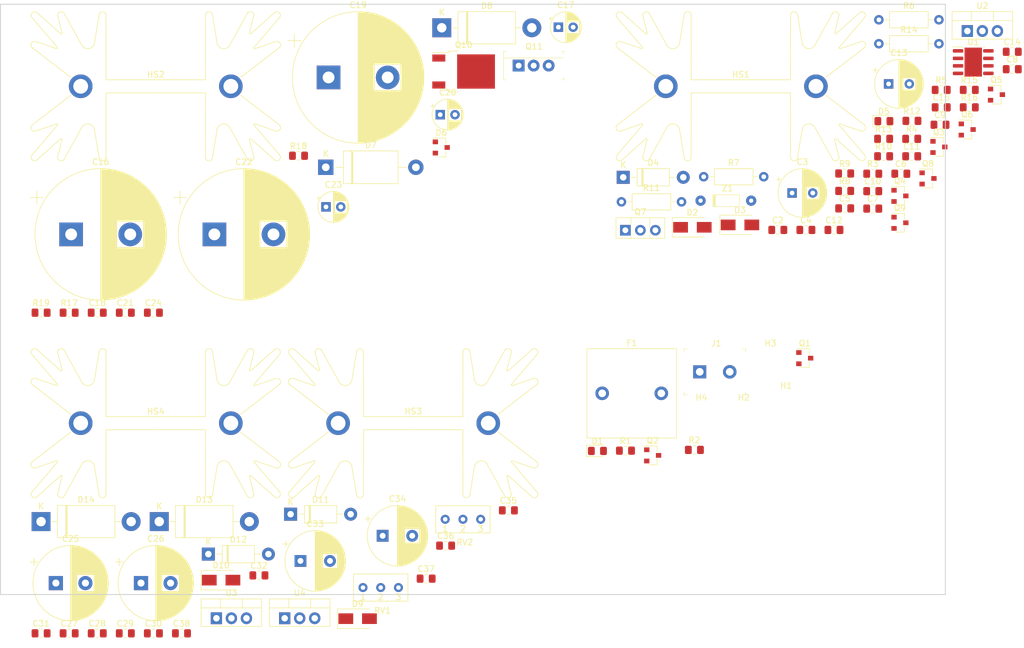
<source format=kicad_pcb>
(kicad_pcb (version 20171130) (host pcbnew "(5.1.6-0-10_14)")
  (layers (0 F.Cu signal) (31 B.Cu signal) (34 B.Paste user) (35 F.Paste user) (36 B.SilkS user) (37 F.SilkS user) (38 B.Mask user) (39 F.Mask user) (44 Edge.Cuts user))
  (net 0 "")
  (net 1 GND)
  (net 2 -2V5)
  (net 3 "Net-(C3-Pad1)")
  (net 4 +12V)
  (net 5 -12V)
  (net 6 "Net-(C12-Pad1)")
  (net 7 Ua)
  (net 8 "Net-(C16-Pad1)")
  (net 9 "/Verpolschutz und Glättung/GND_ein")
  (net 10 GND1)
  (net 11 "Net-(C19-Pad1)")
  (net 12 "Net-(C22-Pad1)")
  (net 13 VCC)
  (net 14 "Net-(C31-Pad1)")
  (net 15 "Net-(C32-Pad2)")
  (net 16 "Net-(D1-Pad1)")
  (net 17 "Net-(D5-Pad1)")
  (net 18 "Net-(D6-Pad2)")
  (net 19 "/Verpolschutz und Glättung/U_ein")
  (net 20 "Net-(F1-Pad2)")
  (net 21 "Net-(Q1-Pad3)")
  (net 22 "Net-(Q1-Pad1)")
  (net 23 "Net-(Q3-Pad1)")
  (net 24 "Net-(Q3-Pad3)")
  (net 25 "Net-(Q4-Pad3)")
  (net 26 "Net-(Q5-Pad1)")
  (net 27 "Net-(Q5-Pad3)")
  (net 28 "Net-(Q6-Pad3)")
  (net 29 "Net-(Q6-Pad1)")
  (net 30 "Net-(Q7-Pad2)")
  (net 31 "Net-(Q7-Pad3)")
  (net 32 "Net-(Q8-Pad1)")
  (net 33 "Net-(Q8-Pad3)")
  (net 34 "Net-(J5-Pad2)")
  (module Capacitor_SMD:C_0805_2012Metric_Pad1.15x1.40mm_HandSolder (layer F.Cu) (at 186.505001 83.325001)
    (fp_text reference C2 (at 0 -1.65) (layer F.SilkS))
    (fp_text value 220n)
    (pad 2 smd roundrect (at 1.025 0) (size 1.15 1.4) (layers F.Cu F.Paste F.Mask) (roundrect_rratio 0.217391) (net 1 GND))
    (pad 1 smd roundrect (at -1.025 0) (size 1.15 1.4) (layers F.Cu F.Paste F.Mask) (roundrect_rratio 0.217391) (net 2 -2V5))
  )
  (module Capacitor_THT:CP_Radial_D8.0mm_P3.50mm (layer F.Cu) (at 188.919699 77.075001)
    (fp_text reference C3 (at 1.75 -5.25) (layer F.SilkS))
    (fp_text value 330u)
    (pad 2 thru_hole circle (at 3.5 0) (size 1.6 1.6) (drill 0.8) (layers *.Cu *.Mask) (net 1 GND))
    (pad 1 thru_hole rect (at 0 0) (size 1.6 1.6) (drill 0.8) (layers *.Cu *.Mask) (net 3 "Net-(C3-Pad1)"))
  )
  (module Capacitor_SMD:C_0805_2012Metric_Pad1.15x1.40mm_HandSolder (layer F.Cu) (at 191.255001 83.325001)
    (fp_text reference C4 (at 0 -1.65) (layer F.SilkS))
    (fp_text value 3u3)
    (pad 2 smd roundrect (at 1.025 0) (size 1.15 1.4) (layers F.Cu F.Paste F.Mask) (roundrect_rratio 0.217391) (net 1 GND))
    (pad 1 smd roundrect (at -1.025 0) (size 1.15 1.4) (layers F.Cu F.Paste F.Mask) (roundrect_rratio 0.217391) (net 3 "Net-(C3-Pad1)"))
  )
  (module Capacitor_SMD:C_0805_2012Metric_Pad1.15x1.40mm_HandSolder (layer F.Cu) (at 197.815001 79.675001)
    (fp_text reference C5 (at 0 -1.65) (layer F.SilkS))
    (fp_text value 1n)
    (pad 1 smd roundrect (at -1.025 0) (size 1.15 1.4) (layers F.Cu F.Paste F.Mask) (roundrect_rratio 0.217391) (net 4 +12V))
    (pad 2 smd roundrect (at 1.025 0) (size 1.15 1.4) (layers F.Cu F.Paste F.Mask) (roundrect_rratio 0.217391) (net 1 GND))
  )
  (module Capacitor_SMD:C_0805_2012Metric_Pad1.15x1.40mm_HandSolder (layer F.Cu) (at 207.315001 73.815001)
    (fp_text reference C6 (at 0 -1.65) (layer F.SilkS))
    (fp_text value 1n)
    (pad 1 smd roundrect (at -1.025 0) (size 1.15 1.4) (layers F.Cu F.Paste F.Mask) (roundrect_rratio 0.217391) (net 1 GND))
    (pad 2 smd roundrect (at 1.025 0) (size 1.15 1.4) (layers F.Cu F.Paste F.Mask) (roundrect_rratio 0.217391) (net 5 -12V))
  )
  (module Capacitor_SMD:C_0805_2012Metric_Pad1.15x1.40mm_HandSolder (layer F.Cu) (at 202.565001 79.715001)
    (fp_text reference C7 (at 0 -1.65) (layer F.SilkS))
    (fp_text value 100n)
    (pad 1 smd roundrect (at -1.025 0) (size 1.15 1.4) (layers F.Cu F.Paste F.Mask) (roundrect_rratio 0.217391) (net 4 +12V))
    (pad 2 smd roundrect (at 1.025 0) (size 1.15 1.4) (layers F.Cu F.Paste F.Mask) (roundrect_rratio 0.217391) (net 1 GND))
  )
  (module Capacitor_SMD:C_0805_2012Metric_Pad1.15x1.40mm_HandSolder (layer F.Cu) (at 226.165001 56.135001)
    (fp_text reference C8 (at 0 -1.65) (layer F.SilkS))
    (fp_text value 100n)
    (pad 2 smd roundrect (at 1.025 0) (size 1.15 1.4) (layers F.Cu F.Paste F.Mask) (roundrect_rratio 0.217391) (net 5 -12V))
    (pad 1 smd roundrect (at -1.025 0) (size 1.15 1.4) (layers F.Cu F.Paste F.Mask) (roundrect_rratio 0.217391) (net 1 GND))
  )
  (module Capacitor_SMD:C_0805_2012Metric_Pad1.15x1.40mm_HandSolder (layer F.Cu) (at 213.945001 65.535001)
    (fp_text reference C9 (at 0 -1.65) (layer F.SilkS))
    (fp_text value 330n)
    (pad 1 smd roundrect (at -1.025 0) (size 1.15 1.4) (layers F.Cu F.Paste F.Mask) (roundrect_rratio 0.217391) (net 3 "Net-(C3-Pad1)"))
    (pad 2 smd roundrect (at 1.025 0) (size 1.15 1.4) (layers F.Cu F.Paste F.Mask) (roundrect_rratio 0.217391) (net 1 GND))
  )
  (module Capacitor_SMD:C_0805_2012Metric_Pad1.15x1.40mm_HandSolder (layer F.Cu) (at 202.565001 76.765001)
    (fp_text reference C10 (at 0 -1.65) (layer F.SilkS))
    (fp_text value 10u)
    (pad 2 smd roundrect (at 1.025 0) (size 1.15 1.4) (layers F.Cu F.Paste F.Mask) (roundrect_rratio 0.217391) (net 1 GND))
    (pad 1 smd roundrect (at -1.025 0) (size 1.15 1.4) (layers F.Cu F.Paste F.Mask) (roundrect_rratio 0.217391) (net 4 +12V))
  )
  (module Capacitor_SMD:C_0805_2012Metric_Pad1.15x1.40mm_HandSolder (layer F.Cu) (at 209.155001 70.865001)
    (fp_text reference C11 (at 0 -1.65) (layer F.SilkS))
    (fp_text value 10u)
    (pad 1 smd roundrect (at -1.025 0) (size 1.15 1.4) (layers F.Cu F.Paste F.Mask) (roundrect_rratio 0.217391) (net 1 GND))
    (pad 2 smd roundrect (at 1.025 0) (size 1.15 1.4) (layers F.Cu F.Paste F.Mask) (roundrect_rratio 0.217391) (net 5 -12V))
  )
  (module Capacitor_SMD:C_0805_2012Metric_Pad1.15x1.40mm_HandSolder (layer F.Cu) (at 196.005001 83.325001)
    (fp_text reference C12 (at 0 -1.65) (layer F.SilkS))
    (fp_text value 10u)
    (pad 2 smd roundrect (at 1.025 0) (size 1.15 1.4) (layers F.Cu F.Paste F.Mask) (roundrect_rratio 0.217391) (net 2 -2V5))
    (pad 1 smd roundrect (at -1.025 0) (size 1.15 1.4) (layers F.Cu F.Paste F.Mask) (roundrect_rratio 0.217391) (net 6 "Net-(C12-Pad1)"))
  )
  (module Capacitor_THT:CP_Radial_D8.0mm_P3.50mm (layer F.Cu) (at 205.249699 58.625001)
    (fp_text reference C13 (at 1.75 -5.25) (layer F.SilkS))
    (fp_text value 3300u)
    (pad 1 thru_hole rect (at 0 0) (size 1.6 1.6) (drill 0.8) (layers *.Cu *.Mask) (net 7 Ua))
    (pad 2 thru_hole circle (at 3.5 0) (size 1.6 1.6) (drill 0.8) (layers *.Cu *.Mask) (net 1 GND))
  )
  (module Capacitor_SMD:C_0805_2012Metric_Pad1.15x1.40mm_HandSolder (layer F.Cu) (at 226.165001 53.185001)
    (fp_text reference C14 (at 0 -1.65) (layer F.SilkS))
    (fp_text value 33u)
    (pad 1 smd roundrect (at -1.025 0) (size 1.15 1.4) (layers F.Cu F.Paste F.Mask) (roundrect_rratio 0.217391) (net 7 Ua))
    (pad 2 smd roundrect (at 1.025 0) (size 1.15 1.4) (layers F.Cu F.Paste F.Mask) (roundrect_rratio 0.217391) (net 1 GND))
  )
  (module Capacitor_SMD:C_0805_2012Metric_Pad1.15x1.40mm_HandSolder (layer F.Cu) (at 214.145001 62.585001)
    (fp_text reference C15 (at 0 -1.65) (layer F.SilkS))
    (fp_text value 330n)
    (pad 2 smd roundrect (at 1.025 0) (size 1.15 1.4) (layers F.Cu F.Paste F.Mask) (roundrect_rratio 0.217391) (net 1 GND))
    (pad 1 smd roundrect (at -1.025 0) (size 1.15 1.4) (layers F.Cu F.Paste F.Mask) (roundrect_rratio 0.217391) (net 7 Ua))
  )
  (module Capacitor_THT:CP_Radial_D22.0mm_P10.00mm_SnapIn (layer F.Cu) (at 66.959338 84.075001)
    (fp_text reference C16 (at 5 -12.25) (layer F.SilkS))
    (fp_text value 4700u)
    (pad 1 thru_hole rect (at 0 0) (size 4 4) (drill 2) (layers *.Cu *.Mask) (net 8 "Net-(C16-Pad1)"))
    (pad 2 thru_hole circle (at 10 0) (size 4 4) (drill 2) (layers *.Cu *.Mask) (net 9 "/Verpolschutz und Glättung/GND_ein"))
  )
  (module Capacitor_THT:CP_Radial_D5.0mm_P2.50mm (layer F.Cu) (at 149.384776 49.025001)
    (fp_text reference C17 (at 1.25 -3.75) (layer F.SilkS))
    (fp_text value 47u)
    (pad 1 thru_hole rect (at 0 0) (size 1.6 1.6) (drill 0.8) (layers *.Cu *.Mask) (net 8 "Net-(C16-Pad1)"))
    (pad 2 thru_hole circle (at 2.5 0) (size 1.6 1.6) (drill 0.8) (layers *.Cu *.Mask) (net 9 "/Verpolschutz und Glättung/GND_ein"))
  )
  (module Capacitor_SMD:C_0805_2012Metric_Pad1.15x1.40mm_HandSolder (layer F.Cu) (at 71.375001 97.325001)
    (fp_text reference C18 (at 0 -1.65) (layer F.SilkS))
    (fp_text value 470n)
    (pad 2 smd roundrect (at 1.025 0) (size 1.15 1.4) (layers F.Cu F.Paste F.Mask) (roundrect_rratio 0.217391) (net 9 "/Verpolschutz und Glättung/GND_ein"))
    (pad 1 smd roundrect (at -1.025 0) (size 1.15 1.4) (layers F.Cu F.Paste F.Mask) (roundrect_rratio 0.217391) (net 8 "Net-(C16-Pad1)"))
  )
  (module Capacitor_THT:CP_Radial_D22.0mm_P10.00mm_SnapIn (layer F.Cu) (at 110.509338 57.525001)
    (fp_text reference C19 (at 5 -12.25) (layer F.SilkS))
    (fp_text value 4700u)
    (pad 2 thru_hole circle (at 10 0) (size 4 4) (drill 2) (layers *.Cu *.Mask) (net 10 GND1))
    (pad 1 thru_hole rect (at 0 0) (size 4 4) (drill 2) (layers *.Cu *.Mask) (net 11 "Net-(C19-Pad1)"))
  )
  (module Capacitor_THT:CP_Radial_D5.0mm_P2.50mm (layer F.Cu) (at 129.394776 63.825001)
    (fp_text reference C20 (at 1.25 -3.75) (layer F.SilkS))
    (fp_text value 47u)
    (pad 2 thru_hole circle (at 2.5 0) (size 1.6 1.6) (drill 0.8) (layers *.Cu *.Mask) (net 10 GND1))
    (pad 1 thru_hole rect (at 0 0) (size 1.6 1.6) (drill 0.8) (layers *.Cu *.Mask) (net 11 "Net-(C19-Pad1)"))
  )
  (module Capacitor_SMD:C_0805_2012Metric_Pad1.15x1.40mm_HandSolder (layer F.Cu) (at 76.125001 97.325001)
    (fp_text reference C21 (at 0 -1.65) (layer F.SilkS))
    (fp_text value 470n)
    (pad 2 smd roundrect (at 1.025 0) (size 1.15 1.4) (layers F.Cu F.Paste F.Mask) (roundrect_rratio 0.217391) (net 10 GND1))
    (pad 1 smd roundrect (at -1.025 0) (size 1.15 1.4) (layers F.Cu F.Paste F.Mask) (roundrect_rratio 0.217391) (net 11 "Net-(C19-Pad1)"))
  )
  (module Capacitor_THT:CP_Radial_D22.0mm_P10.00mm_SnapIn (layer F.Cu) (at 91.189338 84.075001)
    (fp_text reference C22 (at 5 -12.25) (layer F.SilkS))
    (fp_text value 4700u)
    (pad 1 thru_hole rect (at 0 0) (size 4 4) (drill 2) (layers *.Cu *.Mask) (net 12 "Net-(C22-Pad1)"))
    (pad 2 thru_hole circle (at 10 0) (size 4 4) (drill 2) (layers *.Cu *.Mask) (net 10 GND1))
  )
  (module Capacitor_THT:CP_Radial_D5.0mm_P2.50mm (layer F.Cu) (at 110.074776 79.425001)
    (fp_text reference C23 (at 1.25 -3.75) (layer F.SilkS))
    (fp_text value 47u)
    (pad 1 thru_hole rect (at 0 0) (size 1.6 1.6) (drill 0.8) (layers *.Cu *.Mask) (net 12 "Net-(C22-Pad1)"))
    (pad 2 thru_hole circle (at 2.5 0) (size 1.6 1.6) (drill 0.8) (layers *.Cu *.Mask) (net 10 GND1))
  )
  (module Capacitor_SMD:C_0805_2012Metric_Pad1.15x1.40mm_HandSolder (layer F.Cu) (at 80.875001 97.325001)
    (fp_text reference C24 (at 0 -1.65) (layer F.SilkS))
    (fp_text value 470n)
    (pad 2 smd roundrect (at 1.025 0) (size 1.15 1.4) (layers F.Cu F.Paste F.Mask) (roundrect_rratio 0.217391) (net 10 GND1))
    (pad 1 smd roundrect (at -1.025 0) (size 1.15 1.4) (layers F.Cu F.Paste F.Mask) (roundrect_rratio 0.217391) (net 12 "Net-(C22-Pad1)"))
  )
  (module Capacitor_THT:CP_Radial_D12.5mm_P5.00mm (layer F.Cu) (at 64.377083 143.065001)
    (fp_text reference C25 (at 2.5 -7.5) (layer F.SilkS))
    (fp_text value 3300u)
    (pad 2 thru_hole circle (at 5 0) (size 2.4 2.4) (drill 1.2) (layers *.Cu *.Mask) (net 1 GND))
    (pad 1 thru_hole rect (at 0 0) (size 2.4 2.4) (drill 1.2) (layers *.Cu *.Mask) (net 13 VCC))
  )
  (module Capacitor_THT:CP_Radial_D12.5mm_P5.00mm (layer F.Cu) (at 78.777083 143.065001)
    (fp_text reference C26 (at 2.5 -7.5) (layer F.SilkS))
    (fp_text value 3300u)
    (pad 1 thru_hole rect (at 0 0) (size 2.4 2.4) (drill 1.2) (layers *.Cu *.Mask) (net 1 GND))
    (pad 2 thru_hole circle (at 5 0) (size 2.4 2.4) (drill 1.2) (layers *.Cu *.Mask) (net 10 GND1))
  )
  (module Capacitor_SMD:C_0805_2012Metric_Pad1.15x1.40mm_HandSolder (layer F.Cu) (at 66.625001 151.565001)
    (fp_text reference C27 (at 0 -1.65) (layer F.SilkS))
    (fp_text value 33u)
    (pad 1 smd roundrect (at -1.025 0) (size 1.15 1.4) (layers F.Cu F.Paste F.Mask) (roundrect_rratio 0.217391) (net 13 VCC))
    (pad 2 smd roundrect (at 1.025 0) (size 1.15 1.4) (layers F.Cu F.Paste F.Mask) (roundrect_rratio 0.217391) (net 1 GND))
  )
  (module Capacitor_SMD:C_0805_2012Metric_Pad1.15x1.40mm_HandSolder (layer F.Cu) (at 71.375001 151.565001)
    (fp_text reference C28 (at 0 -1.65) (layer F.SilkS))
    (fp_text value 33u)
    (pad 1 smd roundrect (at -1.025 0) (size 1.15 1.4) (layers F.Cu F.Paste F.Mask) (roundrect_rratio 0.217391) (net 1 GND))
    (pad 2 smd roundrect (at 1.025 0) (size 1.15 1.4) (layers F.Cu F.Paste F.Mask) (roundrect_rratio 0.217391) (net 10 GND1))
  )
  (module Capacitor_SMD:C_0805_2012Metric_Pad1.15x1.40mm_HandSolder (layer F.Cu) (at 76.125001 151.565001)
    (fp_text reference C29 (at 0 -1.65) (layer F.SilkS))
    (fp_text value 330n)
    (pad 2 smd roundrect (at 1.025 0) (size 1.15 1.4) (layers F.Cu F.Paste F.Mask) (roundrect_rratio 0.217391) (net 1 GND))
    (pad 1 smd roundrect (at -1.025 0) (size 1.15 1.4) (layers F.Cu F.Paste F.Mask) (roundrect_rratio 0.217391) (net 13 VCC))
  )
  (module Capacitor_SMD:C_0805_2012Metric_Pad1.15x1.40mm_HandSolder (layer F.Cu) (at 80.875001 151.565001)
    (fp_text reference C30 (at 0 -1.65) (layer F.SilkS))
    (fp_text value 330n)
    (pad 1 smd roundrect (at -1.025 0) (size 1.15 1.4) (layers F.Cu F.Paste F.Mask) (roundrect_rratio 0.217391) (net 1 GND))
    (pad 2 smd roundrect (at 1.025 0) (size 1.15 1.4) (layers F.Cu F.Paste F.Mask) (roundrect_rratio 0.217391) (net 10 GND1))
  )
  (module Capacitor_SMD:C_0805_2012Metric_Pad1.15x1.40mm_HandSolder (layer F.Cu) (at 61.875001 151.565001)
    (fp_text reference C31 (at 0 -1.65) (layer F.SilkS))
    (fp_text value 10u)
    (pad 2 smd roundrect (at 1.025 0) (size 1.15 1.4) (layers F.Cu F.Paste F.Mask) (roundrect_rratio 0.217391) (net 1 GND))
    (pad 1 smd roundrect (at -1.025 0) (size 1.15 1.4) (layers F.Cu F.Paste F.Mask) (roundrect_rratio 0.217391) (net 14 "Net-(C31-Pad1)"))
  )
  (module Capacitor_SMD:C_0805_2012Metric_Pad1.15x1.40mm_HandSolder (layer F.Cu) (at 98.725001 141.765001)
    (fp_text reference C32 (at 0 -1.65) (layer F.SilkS))
    (fp_text value 10u)
    (pad 1 smd roundrect (at -1.025 0) (size 1.15 1.4) (layers F.Cu F.Paste F.Mask) (roundrect_rratio 0.217391) (net 1 GND))
    (pad 2 smd roundrect (at 1.025 0) (size 1.15 1.4) (layers F.Cu F.Paste F.Mask) (roundrect_rratio 0.217391) (net 15 "Net-(C32-Pad2)"))
  )
  (module Capacitor_THT:CP_Radial_D10.0mm_P5.00mm (layer F.Cu) (at 105.749647 139.315001)
    (fp_text reference C33 (at 2.5 -6.25) (layer F.SilkS))
    (fp_text value 330u)
    (pad 1 thru_hole rect (at 0 0) (size 2 2) (drill 1) (layers *.Cu *.Mask) (net 4 +12V))
    (pad 2 thru_hole circle (at 5 0) (size 2 2) (drill 1) (layers *.Cu *.Mask) (net 1 GND))
  )
  (module Capacitor_THT:CP_Radial_D10.0mm_P5.00mm (layer F.Cu) (at 119.659647 135.065001)
    (fp_text reference C34 (at 2.5 -6.25) (layer F.SilkS))
    (fp_text value 330u)
    (pad 2 thru_hole circle (at 5 0) (size 2 2) (drill 1) (layers *.Cu *.Mask) (net 5 -12V))
    (pad 1 thru_hole rect (at 0 0) (size 2 2) (drill 1) (layers *.Cu *.Mask) (net 1 GND))
  )
  (module Capacitor_SMD:C_0805_2012Metric_Pad1.15x1.40mm_HandSolder (layer F.Cu) (at 140.925001 130.765001)
    (fp_text reference C35 (at 0 -1.65) (layer F.SilkS))
    (fp_text value 3u3)
    (pad 1 smd roundrect (at -1.025 0) (size 1.15 1.4) (layers F.Cu F.Paste F.Mask) (roundrect_rratio 0.217391) (net 4 +12V))
    (pad 2 smd roundrect (at 1.025 0) (size 1.15 1.4) (layers F.Cu F.Paste F.Mask) (roundrect_rratio 0.217391) (net 1 GND))
  )
  (module Capacitor_SMD:C_0805_2012Metric_Pad1.15x1.40mm_HandSolder (layer F.Cu) (at 130.305001 136.735001)
    (fp_text reference C36 (at 0 -1.65) (layer F.SilkS))
    (fp_text value 3u3)
    (pad 1 smd roundrect (at -1.025 0) (size 1.15 1.4) (layers F.Cu F.Paste F.Mask) (roundrect_rratio 0.217391) (net 1 GND))
    (pad 2 smd roundrect (at 1.025 0) (size 1.15 1.4) (layers F.Cu F.Paste F.Mask) (roundrect_rratio 0.217391) (net 5 -12V))
  )
  (module Capacitor_SMD:C_0805_2012Metric_Pad1.15x1.40mm_HandSolder (layer F.Cu) (at 127.015001 142.315001)
    (fp_text reference C37 (at 0 -1.65) (layer F.SilkS))
    (fp_text value 33n)
    (pad 1 smd roundrect (at -1.025 0) (size 1.15 1.4) (layers F.Cu F.Paste F.Mask) (roundrect_rratio 0.217391) (net 4 +12V))
    (pad 2 smd roundrect (at 1.025 0) (size 1.15 1.4) (layers F.Cu F.Paste F.Mask) (roundrect_rratio 0.217391) (net 1 GND))
  )
  (module Capacitor_SMD:C_0805_2012Metric_Pad1.15x1.40mm_HandSolder (layer F.Cu) (at 85.625001 151.565001)
    (fp_text reference C38 (at 0 -1.65) (layer F.SilkS))
    (fp_text value 33n)
    (pad 2 smd roundrect (at 1.025 0) (size 1.15 1.4) (layers F.Cu F.Paste F.Mask) (roundrect_rratio 0.217391) (net 5 -12V))
    (pad 1 smd roundrect (at -1.025 0) (size 1.15 1.4) (layers F.Cu F.Paste F.Mask) (roundrect_rratio 0.217391) (net 1 GND))
  )
  (module LED_SMD:LED_0805_2012Metric_Pad1.15x1.40mm_HandSolder (layer F.Cu) (at 155.990001 120.710001)
    (fp_text reference D1 (at 0 -1.65) (layer F.SilkS))
    (fp_text value LED)
    (pad 2 smd roundrect (at 1.025 0) (size 1.15 1.4) (layers F.Cu F.Paste F.Mask) (roundrect_rratio 0.217391) (net 13 VCC))
    (pad 1 smd roundrect (at -1.025 0) (size 1.15 1.4) (layers F.Cu F.Paste F.Mask) (roundrect_rratio 0.217391) (net 16 "Net-(D1-Pad1)"))
  )
  (module Diode_SMD:D_SMA (layer F.Cu) (at 172.055001 82.875001)
    (fp_text reference D2 (at 0 -2.5) (layer F.SilkS))
    (fp_text value MRA4003T3G)
    (pad 2 smd rect (at 2 0) (size 2.5 1.8) (layers F.Cu F.Paste F.Mask) (net 7 Ua))
    (pad 1 smd rect (at -2 0) (size 2.5 1.8) (layers F.Cu F.Paste F.Mask) (net 4 +12V))
  )
  (module Diode_SMD:D_SMA (layer F.Cu) (at 180.105001 82.475001)
    (fp_text reference D3 (at 0 -2.5) (layer F.SilkS))
    (fp_text value MRA4003T3G)
    (pad 1 smd rect (at -2 0) (size 2.5 1.8) (layers F.Cu F.Paste F.Mask) (net 7 Ua))
    (pad 2 smd rect (at 2 0) (size 2.5 1.8) (layers F.Cu F.Paste F.Mask) (net 6 "Net-(C12-Pad1)"))
  )
  (module Diode_THT:D_DO-41_SOD81_P10.16mm_Horizontal (layer F.Cu) (at 160.355001 74.425001)
    (fp_text reference D4 (at 5.08 -2.47) (layer F.SilkS))
    (fp_text value 1N5818)
    (fp_text user K (at 0 -2.1) (layer F.SilkS))
    (pad 1 thru_hole rect (at 0 0) (size 2.2 2.2) (drill 1.1) (layers *.Cu *.Mask) (net 7 Ua))
    (pad 2 thru_hole oval (at 10.16 0) (size 2.2 2.2) (drill 1.1) (layers *.Cu *.Mask) (net 1 GND))
  )
  (module LED_SMD:LED_0805_2012Metric_Pad1.15x1.40mm_HandSolder (layer F.Cu) (at 204.450001 64.920001)
    (fp_text reference D5 (at 0 -1.65) (layer F.SilkS))
    (fp_text value LED)
    (pad 1 smd roundrect (at -1.025 0) (size 1.15 1.4) (layers F.Cu F.Paste F.Mask) (roundrect_rratio 0.217391) (net 17 "Net-(D5-Pad1)"))
    (pad 2 smd roundrect (at 1.025 0) (size 1.15 1.4) (layers F.Cu F.Paste F.Mask) (roundrect_rratio 0.217391) (net 7 Ua))
  )
  (module Diode_SMD:D_SOT-23_ANK (layer F.Cu) (at 129.575001 69.375001)
    (fp_text reference D6 (at 0 -2.5) (layer F.SilkS))
    (fp_text value BZX84Cxx)
    (pad 2 smd rect (at -1 -0.95) (size 0.9 0.8) (layers F.Cu F.Paste F.Mask) (net 18 "Net-(D6-Pad2)"))
    (pad "" smd rect (at -1 0.95) (size 0.9 0.8) (layers F.Cu F.Paste F.Mask))
    (pad 1 smd rect (at 1 0) (size 0.9 0.8) (layers F.Cu F.Paste F.Mask) (net 8 "Net-(C16-Pad1)"))
  )
  (module Diode_THT:D_DO-201AE_P15.24mm_Horizontal (layer F.Cu) (at 110.035001 72.725001)
    (fp_text reference D7 (at 7.62 -3.77) (layer F.SilkS))
    (fp_text value 1.5KExxCA)
    (fp_text user K (at 0 -2.3) (layer F.SilkS))
    (pad 1 thru_hole rect (at 0 0) (size 2.6 2.6) (drill 1.3) (layers *.Cu *.Mask) (net 8 "Net-(C16-Pad1)"))
    (pad 2 thru_hole oval (at 15.24 0) (size 2.6 2.6) (drill 1.3) (layers *.Cu *.Mask) (net 9 "/Verpolschutz und Glättung/GND_ein"))
  )
  (module Diode_THT:D_DO-201AD_P15.24mm_Horizontal (layer F.Cu) (at 129.655001 49.125001)
    (fp_text reference D8 (at 7.62 -3.72) (layer F.SilkS))
    (fp_text value 1N5408)
    (fp_text user K (at 0 -2.6) (layer F.SilkS))
    (pad 1 thru_hole rect (at 0 0) (size 3.2 3.2) (drill 1.6) (layers *.Cu *.Mask) (net 11 "Net-(C19-Pad1)"))
    (pad 2 thru_hole oval (at 15.24 0) (size 3.2 3.2) (drill 1.6) (layers *.Cu *.Mask) (net 13 VCC))
  )
  (module Diode_SMD:D_SMA (layer F.Cu) (at 115.425001 149.085001)
    (fp_text reference D9 (at 0 -2.5) (layer F.SilkS))
    (fp_text value MRA4003T3G)
    (pad 2 smd rect (at 2 0) (size 2.5 1.8) (layers F.Cu F.Paste F.Mask) (net 4 +12V))
    (pad 1 smd rect (at -2 0) (size 2.5 1.8) (layers F.Cu F.Paste F.Mask) (net 13 VCC))
  )
  (module Diode_SMD:D_SMA (layer F.Cu) (at 92.325001 142.565001)
    (fp_text reference D10 (at 0 -2.5) (layer F.SilkS))
    (fp_text value MRA4003T3G)
    (pad 1 smd rect (at -2 0) (size 2.5 1.8) (layers F.Cu F.Paste F.Mask) (net 5 -12V))
    (pad 2 smd rect (at 2 0) (size 2.5 1.8) (layers F.Cu F.Paste F.Mask) (net 10 GND1))
  )
  (module Diode_THT:D_DO-41_SOD81_P10.16mm_Horizontal (layer F.Cu) (at 104.085001 131.415001)
    (fp_text reference D11 (at 5.08 -2.47) (layer F.SilkS))
    (fp_text value 1N4002)
    (fp_text user K (at 0 -2.1) (layer F.SilkS))
    (pad 2 thru_hole oval (at 10.16 0) (size 2.2 2.2) (drill 1.1) (layers *.Cu *.Mask) (net 14 "Net-(C31-Pad1)"))
    (pad 1 thru_hole rect (at 0 0) (size 2.2 2.2) (drill 1.1) (layers *.Cu *.Mask) (net 4 +12V))
  )
  (module Diode_THT:D_DO-41_SOD81_P10.16mm_Horizontal (layer F.Cu) (at 90.175001 138.165001)
    (fp_text reference D12 (at 5.08 -2.47) (layer F.SilkS))
    (fp_text value 1N4002)
    (fp_text user K (at 0 -2.1) (layer F.SilkS))
    (pad 1 thru_hole rect (at 0 0) (size 2.2 2.2) (drill 1.1) (layers *.Cu *.Mask) (net 15 "Net-(C32-Pad2)"))
    (pad 2 thru_hole oval (at 10.16 0) (size 2.2 2.2) (drill 1.1) (layers *.Cu *.Mask) (net 5 -12V))
  )
  (module Diode_THT:D_DO-201AD_P15.24mm_Horizontal (layer F.Cu) (at 81.865001 132.665001)
    (fp_text reference D13 (at 7.62 -3.72) (layer F.SilkS))
    (fp_text value 1N5408)
    (fp_text user K (at 0 -2.6) (layer F.SilkS))
    (pad 2 thru_hole oval (at 15.24 0) (size 3.2 3.2) (drill 1.6) (layers *.Cu *.Mask) (net 1 GND))
    (pad 1 thru_hole rect (at 0 0) (size 3.2 3.2) (drill 1.6) (layers *.Cu *.Mask) (net 4 +12V))
  )
  (module Diode_THT:D_DO-201AD_P15.24mm_Horizontal (layer F.Cu) (at 61.875001 132.665001)
    (fp_text reference D14 (at 7.62 -3.72) (layer F.SilkS))
    (fp_text value 1N5408)
    (fp_text user K (at 0 -2.6) (layer F.SilkS))
    (pad 1 thru_hole rect (at 0 0) (size 3.2 3.2) (drill 1.6) (layers *.Cu *.Mask) (net 1 GND))
    (pad 2 thru_hole oval (at 15.24 0) (size 3.2 3.2) (drill 1.6) (layers *.Cu *.Mask) (net 5 -12V))
  )
  (module Fuse:Fuseholder_Cylinder-5x20mm_EATON_HBW_Vertical_Closed (layer F.Cu) (at 156.795001 110.965001)
    (fp_text reference F1 (at 5 -8.5) (layer F.SilkS))
    (fp_text value Fuse)
    (pad 1 thru_hole circle (at 0 0) (size 2.3 2.3) (drill 1.3) (layers *.Cu *.Mask) (net 19 "/Verpolschutz und Glättung/U_ein"))
    (pad 2 thru_hole circle (at 10 0) (size 2.3 2.3) (drill 1.3) (layers *.Cu *.Mask) (net 20 "Net-(F1-Pad2)"))
  )
  (module MountingHole:MountingHole_3.2mm_M3_DIN965 (layer F.Cu) (at 187.895001 113.465001)
    (fp_text reference H1 (at 0 -3.8) (layer F.SilkS))
    (fp_text value MountingHole)
    (pad 1 np_thru_hole circle (at 0 0) (size 3.2 3.2) (drill 3.2) (layers *.Cu *.Mask))
  )
  (module MountingHole:MountingHole_3.2mm_M3_DIN965 (layer F.Cu) (at 180.745001 115.485001)
    (fp_text reference H2 (at 0 -3.8) (layer F.SilkS))
    (fp_text value MountingHole)
    (pad 1 np_thru_hole circle (at 0 0) (size 3.2 3.2) (drill 3.2) (layers *.Cu *.Mask))
  )
  (module MountingHole:MountingHole_3.2mm_M3_DIN965 (layer F.Cu) (at 185.265001 106.315001)
    (fp_text reference H3 (at 0 -3.8) (layer F.SilkS))
    (fp_text value MountingHole)
    (pad 1 np_thru_hole circle (at 0 0) (size 3.2 3.2) (drill 3.2) (layers *.Cu *.Mask))
  )
  (module MountingHole:MountingHole_3.2mm_M3_DIN965 (layer F.Cu) (at 173.595001 115.485001)
    (fp_text reference H4 (at 0 -3.8) (layer F.SilkS))
    (fp_text value MountingHole)
    (pad 1 np_thru_hole circle (at 0 0) (size 3.2 3.2) (drill 3.2) (layers *.Cu *.Mask))
  )
  (module Heatsink:Heatsink_Fischer_SK129-STS_42x25mm_2xDrill2.5mm (layer F.Cu) (at 180.255001 59.025001)
    (fp_text reference HS1 (at 0 -2) (layer F.SilkS))
    (fp_text value Heatsink)
    (pad 1 thru_hole circle (at 12.7 0) (size 4 4) (drill 2.5) (layers *.Cu *.Mask))
    (pad 1 thru_hole circle (at -12.7 0 180) (size 4 4) (drill 2.5) (layers *.Cu *.Mask))
  )
  (module Heatsink:Heatsink_Fischer_SK129-STS_42x25mm_2xDrill2.5mm (layer F.Cu) (at 81.275001 59.025001)
    (fp_text reference HS2 (at 0 -2) (layer F.SilkS))
    (fp_text value Heatsink)
    (pad 1 thru_hole circle (at 12.7 0) (size 4 4) (drill 2.5) (layers *.Cu *.Mask))
    (pad 1 thru_hole circle (at -12.7 0 180) (size 4 4) (drill 2.5) (layers *.Cu *.Mask))
  )
  (module Heatsink:Heatsink_Fischer_SK129-STS_42x25mm_2xDrill2.5mm (layer F.Cu) (at 124.825001 116.015001)
    (fp_text reference HS3 (at 0 -2) (layer F.SilkS))
    (fp_text value Heatsink)
    (pad 1 thru_hole circle (at -12.7 0 180) (size 4 4) (drill 2.5) (layers *.Cu *.Mask))
    (pad 1 thru_hole circle (at 12.7 0) (size 4 4) (drill 2.5) (layers *.Cu *.Mask))
  )
  (module Heatsink:Heatsink_Fischer_SK129-STS_42x25mm_2xDrill2.5mm (layer F.Cu) (at 81.275001 116.015001)
    (fp_text reference HS4 (at 0 -2) (layer F.SilkS))
    (fp_text value Heatsink)
    (pad 1 thru_hole circle (at -12.7 0 180) (size 4 4) (drill 2.5) (layers *.Cu *.Mask))
    (pad 1 thru_hole circle (at 12.7 0) (size 4 4) (drill 2.5) (layers *.Cu *.Mask))
  )
  (module digikey-footprints:Term_Block_1x2_P5.08MM (layer F.Cu) (at 173.295001 107.329001)
    (fp_text reference J1 (at 2.794 -4.826) (layer F.SilkS))
    (fp_text value OSTTC022162)
    (pad 1 thru_hole rect (at 0 0) (size 2.2 2.2) (drill 1.3) (layers *.Cu *.Mask) (net 20 "Net-(F1-Pad2)"))
    (pad 2 thru_hole circle (at 5.08 0) (size 2.3 2.3) (drill 1.3) (layers *.Cu *.Mask) (net 9 "/Verpolschutz und Glättung/GND_ein"))
  )
  (module Package_TO_SOT_SMD:SOT-23 (layer F.Cu) (at 191.065001 105.015001)
    (fp_text reference Q1 (at 0 -2.5) (layer F.SilkS))
    (fp_text value BC847)
    (pad 3 smd rect (at 1 0) (size 0.9 0.8) (layers F.Cu F.Paste F.Mask) (net 21 "Net-(Q1-Pad3)"))
    (pad 2 smd rect (at -1 0.95) (size 0.9 0.8) (layers F.Cu F.Paste F.Mask) (net 10 GND1))
    (pad 1 smd rect (at -1 -0.95) (size 0.9 0.8) (layers F.Cu F.Paste F.Mask) (net 22 "Net-(Q1-Pad1)"))
  )
  (module Package_TO_SOT_SMD:SOT-23 (layer F.Cu) (at 165.335001 121.465001)
    (fp_text reference Q2 (at 0 -2.5) (layer F.SilkS))
    (fp_text value BC847)
    (pad 1 smd rect (at -1 -0.95) (size 0.9 0.8) (layers F.Cu F.Paste F.Mask) (net 21 "Net-(Q1-Pad3)"))
    (pad 2 smd rect (at -1 0.95) (size 0.9 0.8) (layers F.Cu F.Paste F.Mask) (net 22 "Net-(Q1-Pad1)"))
    (pad 3 smd rect (at 1 0) (size 0.9 0.8) (layers F.Cu F.Paste F.Mask) (net 16 "Net-(D1-Pad1)"))
  )
  (module Package_TO_SOT_SMD:SOT-23 (layer F.Cu) (at 213.755001 69.285001)
    (fp_text reference Q3 (at 0 -2.5) (layer F.SilkS))
    (fp_text value BC857)
    (pad 1 smd rect (at -1 -0.95) (size 0.9 0.8) (layers F.Cu F.Paste F.Mask) (net 23 "Net-(Q3-Pad1)"))
    (pad 2 smd rect (at -1 0.95) (size 0.9 0.8) (layers F.Cu F.Paste F.Mask) (net 4 +12V))
    (pad 3 smd rect (at 1 0) (size 0.9 0.8) (layers F.Cu F.Paste F.Mask) (net 24 "Net-(Q3-Pad3)"))
  )
  (module Package_TO_SOT_SMD:SOT-23 (layer F.Cu) (at 207.165001 77.565001)
    (fp_text reference Q4 (at 0 -2.5) (layer F.SilkS))
    (fp_text value BC857)
    (pad 3 smd rect (at 1 0) (size 0.9 0.8) (layers F.Cu F.Paste F.Mask) (net 25 "Net-(Q4-Pad3)"))
    (pad 2 smd rect (at -1 0.95) (size 0.9 0.8) (layers F.Cu F.Paste F.Mask) (net 23 "Net-(Q3-Pad1)"))
    (pad 1 smd rect (at -1 -0.95) (size 0.9 0.8) (layers F.Cu F.Paste F.Mask) (net 24 "Net-(Q3-Pad3)"))
  )
  (module Package_TO_SOT_SMD:SOT-23 (layer F.Cu) (at 223.495001 60.435001)
    (fp_text reference Q5 (at 0 -2.5) (layer F.SilkS))
    (fp_text value BC860)
    (pad 1 smd rect (at -1 -0.95) (size 0.9 0.8) (layers F.Cu F.Paste F.Mask) (net 26 "Net-(Q5-Pad1)"))
    (pad 2 smd rect (at -1 0.95) (size 0.9 0.8) (layers F.Cu F.Paste F.Mask) (net 4 +12V))
    (pad 3 smd rect (at 1 0) (size 0.9 0.8) (layers F.Cu F.Paste F.Mask) (net 27 "Net-(Q5-Pad3)"))
  )
  (module Package_TO_SOT_SMD:SOT-23 (layer F.Cu) (at 218.545001 66.335001)
    (fp_text reference Q6 (at 0 -2.5) (layer F.SilkS))
    (fp_text value BC850)
    (pad 3 smd rect (at 1 0) (size 0.9 0.8) (layers F.Cu F.Paste F.Mask) (net 28 "Net-(Q6-Pad3)"))
    (pad 2 smd rect (at -1 0.95) (size 0.9 0.8) (layers F.Cu F.Paste F.Mask) (net 2 -2V5))
    (pad 1 smd rect (at -1 -0.95) (size 0.9 0.8) (layers F.Cu F.Paste F.Mask) (net 29 "Net-(Q6-Pad1)"))
  )
  (module Package_TO_SOT_THT:TO-126-3_Vertical (layer F.Cu) (at 160.715001 83.375001)
    (fp_text reference Q7 (at 2.54 -3.12) (layer F.SilkS))
    (fp_text value BD139)
    (pad 1 thru_hole rect (at 0 0) (size 1.8 1.8) (drill 1) (layers *.Cu *.Mask) (net 1 GND))
    (pad 2 thru_hole oval (at 2.54 0) (size 1.8 1.8) (drill 1) (layers *.Cu *.Mask) (net 30 "Net-(Q7-Pad2)"))
    (pad 3 thru_hole oval (at 5.08 0) (size 1.8 1.8) (drill 1) (layers *.Cu *.Mask) (net 31 "Net-(Q7-Pad3)"))
  )
  (module Package_TO_SOT_SMD:SOT-23 (layer F.Cu) (at 211.915001 74.615001)
    (fp_text reference Q8 (at 0 -2.5) (layer F.SilkS))
    (fp_text value BC847)
    (pad 1 smd rect (at -1 -0.95) (size 0.9 0.8) (layers F.Cu F.Paste F.Mask) (net 32 "Net-(Q8-Pad1)"))
    (pad 2 smd rect (at -1 0.95) (size 0.9 0.8) (layers F.Cu F.Paste F.Mask) (net 1 GND))
    (pad 3 smd rect (at 1 0) (size 0.9 0.8) (layers F.Cu F.Paste F.Mask) (net 33 "Net-(Q8-Pad3)"))
  )
  (module Package_TO_SOT_SMD:SOT-23 (layer F.Cu) (at 207.165001 82.115001)
    (fp_text reference Q9 (at 0 -2.5) (layer F.SilkS))
    (fp_text value BC847)
    (pad 3 smd rect (at 1 0) (size 0.9 0.8) (layers F.Cu F.Paste F.Mask) (net 17 "Net-(D5-Pad1)"))
    (pad 2 smd rect (at -1 0.95) (size 0.9 0.8) (layers F.Cu F.Paste F.Mask) (net 32 "Net-(Q8-Pad1)"))
    (pad 1 smd rect (at -1 -0.95) (size 0.9 0.8) (layers F.Cu F.Paste F.Mask) (net 33 "Net-(Q8-Pad3)"))
  )
  (module Package_TO_SOT_SMD:TO-252-2 (layer F.Cu) (at 133.355001 56.525001)
    (fp_text reference Q10 (at 0 -4.5) (layer F.SilkS))
    (fp_text value SUD50P10-43L)
    (pad 1 smd rect (at -4.2 -2.28) (size 2.2 1.2) (layers F.Cu F.Paste F.Mask) (net 18 "Net-(D6-Pad2)"))
    (pad 3 smd rect (at -4.2 2.28) (size 2.2 1.2) (layers F.Cu F.Paste F.Mask) (net 8 "Net-(C16-Pad1)"))
    (pad 2 smd rect (at 2.1 0) (size 6.4 5.8) (layers F.Cu F.Mask) (net 19 "/Verpolschutz und Glättung/U_ein"))
  )
  (module digikey-footprints:TO-220-3 (layer F.Cu) (at 142.665001 55.525001)
    (fp_text reference Q11 (at 2.62 -3.22) (layer F.SilkS))
    (fp_text value TIP120)
    (pad 1 thru_hole rect (at 0 0) (size 2 2) (drill 1) (layers *.Cu *.Mask) (net 12 "Net-(C22-Pad1)"))
    (pad 2 thru_hole circle (at 2.54 0) (size 2 2) (drill 1) (layers *.Cu *.Mask) (net 11 "Net-(C19-Pad1)"))
    (pad 3 thru_hole circle (at 5.08 0) (size 2 2) (drill 1) (layers *.Cu *.Mask) (net 13 VCC))
  )
  (module Resistor_SMD:R_0805_2012Metric_Pad1.15x1.40mm_HandSolder (layer F.Cu) (at 160.735001 120.665001)
    (fp_text reference R1 (at 0 -1.65) (layer F.SilkS))
    (fp_text value 4k7)
    (pad 1 smd roundrect (at -1.025 0) (size 1.15 1.4) (layers F.Cu F.Paste F.Mask) (roundrect_rratio 0.217391) (net 13 VCC))
    (pad 2 smd roundrect (at 1.025 0) (size 1.15 1.4) (layers F.Cu F.Paste F.Mask) (roundrect_rratio 0.217391) (net 21 "Net-(Q1-Pad3)"))
  )
  (module Resistor_SMD:R_0805_2012Metric_Pad1.15x1.40mm_HandSolder (layer F.Cu) (at 172.395001 120.535001)
    (fp_text reference R2 (at 0 -1.65) (layer F.SilkS))
    (fp_text value 100)
    (pad 2 smd roundrect (at 1.025 0) (size 1.15 1.4) (layers F.Cu F.Paste F.Mask) (roundrect_rratio 0.217391) (net 10 GND1))
    (pad 1 smd roundrect (at -1.025 0) (size 1.15 1.4) (layers F.Cu F.Paste F.Mask) (roundrect_rratio 0.217391) (net 22 "Net-(Q1-Pad1)"))
  )
  (module Resistor_SMD:R_0805_2012Metric_Pad1.15x1.40mm_HandSolder (layer F.Cu) (at 202.565001 73.815001)
    (fp_text reference R3 (at 0 -1.65) (layer F.SilkS))
    (fp_text value 4k7)
    (pad 1 smd roundrect (at -1.025 0) (size 1.15 1.4) (layers F.Cu F.Paste F.Mask) (roundrect_rratio 0.217391) (net 1 GND))
    (pad 2 smd roundrect (at 1.025 0) (size 1.15 1.4) (layers F.Cu F.Paste F.Mask) (roundrect_rratio 0.217391) (net 24 "Net-(Q3-Pad3)"))
  )
  (module Resistor_SMD:R_0805_2012Metric_Pad1.15x1.40mm_HandSolder (layer F.Cu) (at 209.155001 67.915001)
    (fp_text reference R4 (at 0 -1.65) (layer F.SilkS))
    (fp_text value 220)
    (pad 2 smd roundrect (at 1.025 0) (size 1.15 1.4) (layers F.Cu F.Paste F.Mask) (roundrect_rratio 0.217391) (net 4 +12V))
    (pad 1 smd roundrect (at -1.025 0) (size 1.15 1.4) (layers F.Cu F.Paste F.Mask) (roundrect_rratio 0.217391) (net 23 "Net-(Q3-Pad1)"))
  )
  (module Resistor_SMD:R_0805_2012Metric_Pad1.15x1.40mm_HandSolder (layer F.Cu) (at 214.145001 59.635001)
    (fp_text reference R5 (at 0 -1.65) (layer F.SilkS))
    (fp_text value 10k)
    (pad 1 smd roundrect (at -1.025 0) (size 1.15 1.4) (layers F.Cu F.Paste F.Mask) (roundrect_rratio 0.217391) (net 2 -2V5))
    (pad 2 smd roundrect (at 1.025 0) (size 1.15 1.4) (layers F.Cu F.Paste F.Mask) (roundrect_rratio 0.217391) (net 27 "Net-(Q5-Pad3)"))
  )
  (module Resistor_THT:R_Axial_DIN0207_L6.3mm_D2.5mm_P10.16mm_Horizontal (layer F.Cu) (at 203.605001 47.775001)
    (fp_text reference R6 (at 5.08 -2.37) (layer F.SilkS))
    (fp_text value 1)
    (pad 2 thru_hole oval (at 10.16 0) (size 1.6 1.6) (drill 0.8) (layers *.Cu *.Mask) (net 4 +12V))
    (pad 1 thru_hole circle (at 0 0) (size 1.6 1.6) (drill 0.8) (layers *.Cu *.Mask) (net 3 "Net-(C3-Pad1)"))
  )
  (module Resistor_THT:R_Axial_DIN0207_L6.3mm_D2.5mm_P10.16mm_Horizontal (layer F.Cu) (at 173.965001 74.325001)
    (fp_text reference R7 (at 5.08 -2.37) (layer F.SilkS))
    (fp_text value 1)
    (pad 1 thru_hole circle (at 0 0) (size 1.6 1.6) (drill 0.8) (layers *.Cu *.Mask) (net 3 "Net-(C3-Pad1)"))
    (pad 2 thru_hole oval (at 10.16 0) (size 1.6 1.6) (drill 0.8) (layers *.Cu *.Mask) (net 4 +12V))
  )
  (module Resistor_SMD:R_0805_2012Metric_Pad1.15x1.40mm_HandSolder (layer F.Cu) (at 197.815001 76.725001)
    (fp_text reference R8 (at 0 -1.65) (layer F.SilkS))
    (fp_text value 1k)
    (pad 1 smd roundrect (at -1.025 0) (size 1.15 1.4) (layers F.Cu F.Paste F.Mask) (roundrect_rratio 0.217391) (net 3 "Net-(C3-Pad1)"))
    (pad 2 smd roundrect (at 1.025 0) (size 1.15 1.4) (layers F.Cu F.Paste F.Mask) (roundrect_rratio 0.217391) (net 26 "Net-(Q5-Pad1)"))
  )
  (module Resistor_SMD:R_0805_2012Metric_Pad1.15x1.40mm_HandSolder (layer F.Cu) (at 197.815001 73.775001)
    (fp_text reference R9 (at 0 -1.65) (layer F.SilkS))
    (fp_text value 18k)
    (pad 2 smd roundrect (at 1.025 0) (size 1.15 1.4) (layers F.Cu F.Paste F.Mask) (roundrect_rratio 0.217391) (net 34 "Net-(J5-Pad2)"))
    (pad 1 smd roundrect (at -1.025 0) (size 1.15 1.4) (layers F.Cu F.Paste F.Mask) (roundrect_rratio 0.217391) (net 29 "Net-(Q6-Pad1)"))
  )
  (module Resistor_SMD:R_0805_2012Metric_Pad1.15x1.40mm_HandSolder (layer F.Cu) (at 204.405001 70.865001)
    (fp_text reference R10 (at 0 -1.65) (layer F.SilkS))
    (fp_text value 10k)
    (pad 1 smd roundrect (at -1.025 0) (size 1.15 1.4) (layers F.Cu F.Paste F.Mask) (roundrect_rratio 0.217391) (net 29 "Net-(Q6-Pad1)"))
    (pad 2 smd roundrect (at 1.025 0) (size 1.15 1.4) (layers F.Cu F.Paste F.Mask) (roundrect_rratio 0.217391) (net 27 "Net-(Q5-Pad3)"))
  )
  (module Resistor_THT:R_Axial_DIN0207_L6.3mm_D2.5mm_P10.16mm_Horizontal (layer F.Cu) (at 160.055001 78.575001)
    (fp_text reference R11 (at 5.08 -2.37) (layer F.SilkS))
    (fp_text value 1k)
    (pad 1 thru_hole circle (at 0 0) (size 1.6 1.6) (drill 0.8) (layers *.Cu *.Mask) (net 31 "Net-(Q7-Pad3)"))
    (pad 2 thru_hole oval (at 10.16 0) (size 1.6 1.6) (drill 0.8) (layers *.Cu *.Mask) (net 34 "Net-(J5-Pad2)"))
  )
  (module Resistor_SMD:R_0805_2012Metric_Pad1.15x1.40mm_HandSolder (layer F.Cu) (at 209.195001 64.875001)
    (fp_text reference R12 (at 0 -1.65) (layer F.SilkS))
    (fp_text value 33)
    (pad 2 smd roundrect (at 1.025 0) (size 1.15 1.4) (layers F.Cu F.Paste F.Mask) (roundrect_rratio 0.217391) (net 28 "Net-(Q6-Pad3)"))
    (pad 1 smd roundrect (at -1.025 0) (size 1.15 1.4) (layers F.Cu F.Paste F.Mask) (roundrect_rratio 0.217391) (net 6 "Net-(C12-Pad1)"))
  )
  (module Resistor_SMD:R_0805_2012Metric_Pad1.15x1.40mm_HandSolder (layer F.Cu) (at 204.405001 67.915001)
    (fp_text reference R13 (at 0 -1.65) (layer F.SilkS))
    (fp_text value 220)
    (pad 1 smd roundrect (at -1.025 0) (size 1.15 1.4) (layers F.Cu F.Paste F.Mask) (roundrect_rratio 0.217391) (net 6 "Net-(C12-Pad1)"))
    (pad 2 smd roundrect (at 1.025 0) (size 1.15 1.4) (layers F.Cu F.Paste F.Mask) (roundrect_rratio 0.217391) (net 7 Ua))
  )
  (module Resistor_THT:R_Axial_DIN0207_L6.3mm_D2.5mm_P10.16mm_Horizontal (layer F.Cu) (at 203.605001 51.825001)
    (fp_text reference R14 (at 5.08 -2.37) (layer F.SilkS))
    (fp_text value 10)
    (pad 2 thru_hole oval (at 10.16 0) (size 1.6 1.6) (drill 0.8) (layers *.Cu *.Mask) (net 7 Ua))
    (pad 1 thru_hole circle (at 0 0) (size 1.6 1.6) (drill 0.8) (layers *.Cu *.Mask) (net 30 "Net-(Q7-Pad2)"))
  )
  (module Resistor_SMD:R_0805_2012Metric_Pad1.15x1.40mm_HandSolder (layer F.Cu) (at 218.895001 59.635001)
    (fp_text reference R15 (at 0 -1.65) (layer F.SilkS))
    (fp_text value 4k7)
    (pad 1 smd roundrect (at -1.025 0) (size 1.15 1.4) (layers F.Cu F.Paste F.Mask) (roundrect_rratio 0.217391) (net 7 Ua))
    (pad 2 smd roundrect (at 1.025 0) (size 1.15 1.4) (layers F.Cu F.Paste F.Mask) (roundrect_rratio 0.217391) (net 33 "Net-(Q8-Pad3)"))
  )
  (module Resistor_SMD:R_0805_2012Metric_Pad1.15x1.40mm_HandSolder (layer F.Cu) (at 218.895001 62.585001)
    (fp_text reference R16 (at 0 -1.65) (layer F.SilkS))
    (fp_text value 100)
    (pad 2 smd roundrect (at 1.025 0) (size 1.15 1.4) (layers F.Cu F.Paste F.Mask) (roundrect_rratio 0.217391) (net 32 "Net-(Q8-Pad1)"))
    (pad 1 smd roundrect (at -1.025 0) (size 1.15 1.4) (layers F.Cu F.Paste F.Mask) (roundrect_rratio 0.217391) (net 1 GND))
  )
  (module Resistor_SMD:R_0805_2012Metric_Pad1.15x1.40mm_HandSolder (layer F.Cu) (at 66.625001 97.325001)
    (fp_text reference R17 (at 0 -1.65) (layer F.SilkS))
    (fp_text value 100k)
    (pad 2 smd roundrect (at 1.025 0) (size 1.15 1.4) (layers F.Cu F.Paste F.Mask) (roundrect_rratio 0.217391) (net 9 "/Verpolschutz und Glättung/GND_ein"))
    (pad 1 smd roundrect (at -1.025 0) (size 1.15 1.4) (layers F.Cu F.Paste F.Mask) (roundrect_rratio 0.217391) (net 18 "Net-(D6-Pad2)"))
  )
  (module Resistor_SMD:R_0805_2012Metric_Pad1.15x1.40mm_HandSolder (layer F.Cu) (at 105.425001 70.775001)
    (fp_text reference R18 (at 0 -1.65) (layer F.SilkS))
    (fp_text value 50k)
    (pad 1 smd roundrect (at -1.025 0) (size 1.15 1.4) (layers F.Cu F.Paste F.Mask) (roundrect_rratio 0.217391) (net 8 "Net-(C16-Pad1)"))
    (pad 2 smd roundrect (at 1.025 0) (size 1.15 1.4) (layers F.Cu F.Paste F.Mask) (roundrect_rratio 0.217391) (net 18 "Net-(D6-Pad2)"))
  )
  (module Resistor_SMD:R_0805_2012Metric_Pad1.15x1.40mm_HandSolder (layer F.Cu) (at 61.875001 97.325001)
    (fp_text reference R19 (at 0 -1.65) (layer F.SilkS))
    (fp_text value 10)
    (pad 2 smd roundrect (at 1.025 0) (size 1.15 1.4) (layers F.Cu F.Paste F.Mask) (roundrect_rratio 0.217391) (net 11 "Net-(C19-Pad1)"))
    (pad 1 smd roundrect (at -1.025 0) (size 1.15 1.4) (layers F.Cu F.Paste F.Mask) (roundrect_rratio 0.217391) (net 12 "Net-(C22-Pad1)"))
  )
  (module Potentiometer_THT:Trimmpoti_Bochen_3296 (layer F.Cu) (at 119.330001 143.825001)
    (fp_text reference RV1 (at 0.3 3.9) (layer F.SilkS))
    (fp_text value 2k)
    (fp_text user 3 (at 3 1.6) (layer F.SilkS))
    (fp_text user 2 (at 0 1.6) (layer F.SilkS))
    (fp_text user 1 (at -3 1.6) (layer F.SilkS))
    (pad 3 thru_hole circle (at 3 0) (size 1.524 1.524) (drill 0.762) (layers *.Cu *.Mask) (net 14 "Net-(C31-Pad1)"))
    (pad 2 thru_hole circle (at 0 0) (size 1.524 1.524) (drill 0.762) (layers *.Cu *.Mask) (net 1 GND))
    (pad 1 thru_hole circle (at -3 0) (size 1.524 1.524) (drill 0.762) (layers *.Cu *.Mask) (net 1 GND))
  )
  (module Potentiometer_THT:Trimmpoti_Bochen_3296 (layer F.Cu) (at 133.240001 132.275001)
    (fp_text reference RV2 (at 0.3 3.9) (layer F.SilkS))
    (fp_text value 2k)
    (fp_text user 1 (at -3 1.6) (layer F.SilkS))
    (fp_text user 2 (at 0 1.6) (layer F.SilkS))
    (fp_text user 3 (at 3 1.6) (layer F.SilkS))
    (pad 1 thru_hole circle (at -3 0) (size 1.524 1.524) (drill 0.762) (layers *.Cu *.Mask) (net 1 GND))
    (pad 2 thru_hole circle (at 0 0) (size 1.524 1.524) (drill 0.762) (layers *.Cu *.Mask) (net 1 GND))
    (pad 3 thru_hole circle (at 3 0) (size 1.524 1.524) (drill 0.762) (layers *.Cu *.Mask) (net 15 "Net-(C32-Pad2)"))
  )
  (module Package_SO:SOIC-8-1EP_3.9x4.9mm_P1.27mm_EP2.95x4.9mm_Mask2.71x3.4mm (layer F.Cu) (at 219.565001 54.935001)
    (fp_text reference U1 (at 0 -3.4) (layer F.SilkS))
    (fp_text value OP275)
    (pad 1 smd roundrect (at -2.5625 -1.905) (size 1.775 0.6) (layers F.Cu F.Paste F.Mask) (net 2 -2V5))
    (pad 2 smd roundrect (at -2.5625 -0.635) (size 1.775 0.6) (layers F.Cu F.Paste F.Mask) (net 25 "Net-(Q4-Pad3)"))
    (pad 3 smd roundrect (at -2.5625 0.635) (size 1.775 0.6) (layers F.Cu F.Paste F.Mask) (net 1 GND))
    (pad 4 smd roundrect (at -2.5625 1.905) (size 1.775 0.6) (layers F.Cu F.Paste F.Mask) (net 5 -12V))
    (pad 5 smd roundrect (at 2.5625 1.905) (size 1.775 0.6) (layers F.Cu F.Paste F.Mask) (net 1 GND))
    (pad 6 smd roundrect (at 2.5625 0.635) (size 1.775 0.6) (layers F.Cu F.Paste F.Mask) (net 1 GND))
    (pad 7 smd roundrect (at 2.5625 -0.635) (size 1.775 0.6) (layers F.Cu F.Paste F.Mask))
    (pad 8 smd roundrect (at 2.5625 -1.905) (size 1.775 0.6) (layers F.Cu F.Paste F.Mask) (net 4 +12V))
    (pad 9 smd rect (at 0 0) (size 2.95 4.9) (layers F.Cu))
  )
  (module Package_TO_SOT_THT:TO-220-3_Vertical (layer F.Cu) (at 218.575001 49.675001)
    (fp_text reference U2 (at 2.54 -4.27) (layer F.SilkS))
    (fp_text value LM317_TO-220)
    (pad 1 thru_hole rect (at 0 0) (size 1.905 2) (drill 1.1) (layers *.Cu *.Mask) (net 6 "Net-(C12-Pad1)"))
    (pad 2 thru_hole oval (at 2.54 0) (size 1.905 2) (drill 1.1) (layers *.Cu *.Mask) (net 7 Ua))
    (pad 3 thru_hole oval (at 5.08 0) (size 1.905 2) (drill 1.1) (layers *.Cu *.Mask) (net 3 "Net-(C3-Pad1)"))
  )
  (module Package_TO_SOT_THT:TO-220-3_Vertical (layer F.Cu) (at 91.535001 149.015001)
    (fp_text reference U3 (at 2.54 -4.27) (layer F.SilkS))
    (fp_text value LM317_TO-220)
    (pad 1 thru_hole rect (at 0 0) (size 1.905 2) (drill 1.1) (layers *.Cu *.Mask) (net 14 "Net-(C31-Pad1)"))
    (pad 2 thru_hole oval (at 2.54 0) (size 1.905 2) (drill 1.1) (layers *.Cu *.Mask) (net 4 +12V))
    (pad 3 thru_hole oval (at 5.08 0) (size 1.905 2) (drill 1.1) (layers *.Cu *.Mask) (net 13 VCC))
  )
  (module Package_TO_SOT_THT:TO-220-3_Vertical (layer F.Cu) (at 103.085001 149.015001)
    (fp_text reference U4 (at 2.54 -4.27) (layer F.SilkS))
    (fp_text value LM337_TO220)
    (pad 3 thru_hole oval (at 5.08 0) (size 1.905 2) (drill 1.1) (layers *.Cu *.Mask) (net 5 -12V))
    (pad 2 thru_hole oval (at 2.54 0) (size 1.905 2) (drill 1.1) (layers *.Cu *.Mask) (net 10 GND1))
    (pad 1 thru_hole rect (at 0 0) (size 1.905 2) (drill 1.1) (layers *.Cu *.Mask) (net 15 "Net-(C32-Pad2)"))
  )
  (module digikey-footprints:DO-35 (layer F.Cu) (at 173.440001 78.375001)
    (fp_text reference Z1 (at 4.55 -2.1) (layer F.SilkS))
    (fp_text value 1N5222B)
    (pad K thru_hole circle (at 0 0) (size 1.733 1.733) (drill 0.733) (layers *.Cu *.Mask) (net 25 "Net-(Q4-Pad3)"))
    (pad A thru_hole circle (at 8.56 0) (size 1.733 1.733) (drill 0.733) (layers *.Cu *.Mask) (net 2 -2V5))
  )
  (gr_line (start 55 145) (end 214.85 145) (angle 90) (layer Edge.Cuts) (width 0.15))
  (gr_line (start 55 45.15) (end 55 145) (angle 90) (layer Edge.Cuts) (width 0.15))
  (gr_line (start 214.84 45.15) (end 55 45.15) (angle 90) (layer Edge.Cuts) (width 0.15))
  (gr_line (start 214.85 145) (end 214.85 45.15) (angle 90) (layer Edge.Cuts) (width 0.15))
)
</source>
